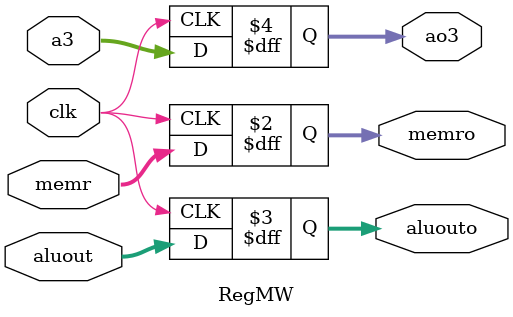
<source format=sv>
module RegMW (	input logic clk,
					input logic [31:0] memr, aluout,
					input logic [3:0] a3,
					output logic [31:0] memro, aluouto,
					output logic [3:0] ao3);
					

always_ff @(posedge clk) begin

		memro <= memr;
		aluouto <= aluout;
		ao3 <= a3;


end

endmodule
</source>
